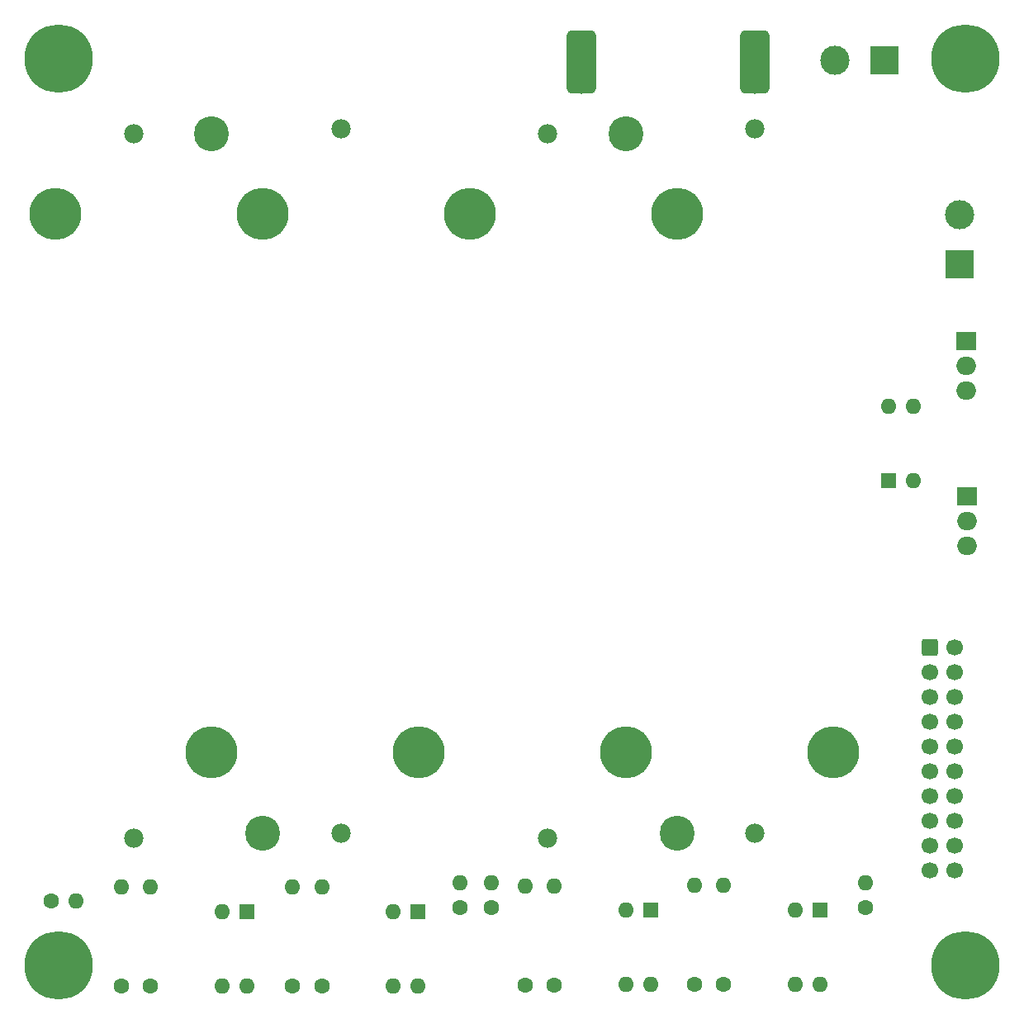
<source format=gbs>
G04 #@! TF.GenerationSoftware,KiCad,Pcbnew,(7.0.0)*
G04 #@! TF.CreationDate,2023-05-12T10:50:58+02:00*
G04 #@! TF.ProjectId,Cell_holder_board,43656c6c-5f68-46f6-9c64-65725f626f61,rev?*
G04 #@! TF.SameCoordinates,Original*
G04 #@! TF.FileFunction,Soldermask,Bot*
G04 #@! TF.FilePolarity,Negative*
%FSLAX46Y46*%
G04 Gerber Fmt 4.6, Leading zero omitted, Abs format (unit mm)*
G04 Created by KiCad (PCBNEW (7.0.0)) date 2023-05-12 10:50:58*
%MOMM*%
%LPD*%
G01*
G04 APERTURE LIST*
G04 Aperture macros list*
%AMRoundRect*
0 Rectangle with rounded corners*
0 $1 Rounding radius*
0 $2 $3 $4 $5 $6 $7 $8 $9 X,Y pos of 4 corners*
0 Add a 4 corners polygon primitive as box body*
4,1,4,$2,$3,$4,$5,$6,$7,$8,$9,$2,$3,0*
0 Add four circle primitives for the rounded corners*
1,1,$1+$1,$2,$3*
1,1,$1+$1,$4,$5*
1,1,$1+$1,$6,$7*
1,1,$1+$1,$8,$9*
0 Add four rect primitives between the rounded corners*
20,1,$1+$1,$2,$3,$4,$5,0*
20,1,$1+$1,$4,$5,$6,$7,0*
20,1,$1+$1,$6,$7,$8,$9,0*
20,1,$1+$1,$8,$9,$2,$3,0*%
G04 Aperture macros list end*
%ADD10R,1.600000X1.600000*%
%ADD11O,1.600000X1.600000*%
%ADD12C,1.600000*%
%ADD13C,7.000000*%
%ADD14R,2.000000X1.905000*%
%ADD15O,2.000000X1.905000*%
%ADD16R,3.000000X3.000000*%
%ADD17C,3.000000*%
%ADD18C,1.500000*%
%ADD19RoundRect,0.500000X1.000000X2.750000X-1.000000X2.750000X-1.000000X-2.750000X1.000000X-2.750000X0*%
%ADD20C,1.980000*%
%ADD21C,5.325000*%
%ADD22C,3.585000*%
%ADD23RoundRect,0.250000X-0.600000X-0.600000X0.600000X-0.600000X0.600000X0.600000X-0.600000X0.600000X0*%
%ADD24C,1.700000*%
G04 APERTURE END LIST*
D10*
X115674999Y-150329999D03*
D11*
X113134999Y-150329999D03*
X113134999Y-157949999D03*
X115674999Y-157949999D03*
D12*
X96200000Y-150090000D03*
D11*
X96199999Y-147549999D03*
D13*
X148000000Y-156000000D03*
D12*
X137700000Y-150040000D03*
D11*
X137699999Y-147499999D03*
D14*
X148134999Y-107869999D03*
D15*
X148134999Y-110409999D03*
X148134999Y-112949999D03*
D12*
X120200000Y-157960000D03*
D11*
X120199999Y-147799999D03*
D16*
X147399999Y-84089999D03*
D17*
X147400000Y-79010000D03*
D18*
X126375000Y-65900000D03*
D19*
X126375000Y-63400000D03*
D18*
X126375000Y-60900000D03*
D19*
X108625000Y-63400000D03*
D18*
X108575000Y-65900000D03*
X108575000Y-60900000D03*
D13*
X148000000Y-63000000D03*
D20*
X105166666Y-142910000D03*
X105166666Y-70690000D03*
D21*
X97166666Y-78970000D03*
D22*
X113166666Y-70690000D03*
D21*
X113166666Y-134170000D03*
D12*
X54260000Y-149350000D03*
D11*
X56799999Y-149349999D03*
D12*
X99400000Y-150090000D03*
D11*
X99399999Y-147549999D03*
D12*
X102810000Y-157990000D03*
D11*
X102809999Y-147829999D03*
D10*
X140124999Y-106249999D03*
D11*
X142664999Y-106249999D03*
X142664999Y-98629999D03*
X140124999Y-98629999D03*
D12*
X64410000Y-158140000D03*
D11*
X64409999Y-147979999D03*
D12*
X79010000Y-158140000D03*
D11*
X79009999Y-147979999D03*
D16*
X139639999Y-63199999D03*
D17*
X134560000Y-63200000D03*
D12*
X123200000Y-157960000D03*
D11*
X123199999Y-147799999D03*
D12*
X82010000Y-158140000D03*
D11*
X82009999Y-147979999D03*
D13*
X55000000Y-63000000D03*
D14*
X148054999Y-92009999D03*
D15*
X148054999Y-94549999D03*
X148054999Y-97089999D03*
D20*
X83933333Y-70230000D03*
X83933333Y-142450000D03*
D21*
X91933333Y-134170000D03*
D22*
X75933333Y-142450000D03*
D21*
X75933333Y-78970000D03*
D23*
X144360000Y-123380000D03*
D24*
X146900000Y-123380000D03*
X144360000Y-125920000D03*
X146900000Y-125920000D03*
X144360000Y-128460000D03*
X146900000Y-128460000D03*
X144360000Y-131000000D03*
X146900000Y-131000000D03*
X144360000Y-133540000D03*
X146900000Y-133540000D03*
X144360000Y-136080000D03*
X146900000Y-136080000D03*
X144360000Y-138620000D03*
X146900000Y-138620000D03*
X144360000Y-141160000D03*
X146900000Y-141160000D03*
X144360000Y-143700000D03*
X146900000Y-143700000D03*
X144360000Y-146240000D03*
X146900000Y-146240000D03*
D20*
X126399999Y-70220000D03*
X126399999Y-142440000D03*
D21*
X134399999Y-134160000D03*
D22*
X118399999Y-142440000D03*
D21*
X118399999Y-78960000D03*
D20*
X62700000Y-142910000D03*
X62700000Y-70690000D03*
D21*
X54700000Y-78970000D03*
D22*
X70700000Y-70690000D03*
D21*
X70700000Y-134170000D03*
D12*
X105810000Y-157990000D03*
D11*
X105809999Y-147829999D03*
D13*
X55000000Y-156000000D03*
D12*
X61410000Y-158140000D03*
D11*
X61409999Y-147979999D03*
D10*
X133064999Y-150299999D03*
D11*
X130524999Y-150299999D03*
X130524999Y-157919999D03*
X133064999Y-157919999D03*
D10*
X91874999Y-150479999D03*
D11*
X89334999Y-150479999D03*
X89334999Y-158099999D03*
X91874999Y-158099999D03*
D10*
X74274999Y-150479999D03*
D11*
X71734999Y-150479999D03*
X71734999Y-158099999D03*
X74274999Y-158099999D03*
M02*

</source>
